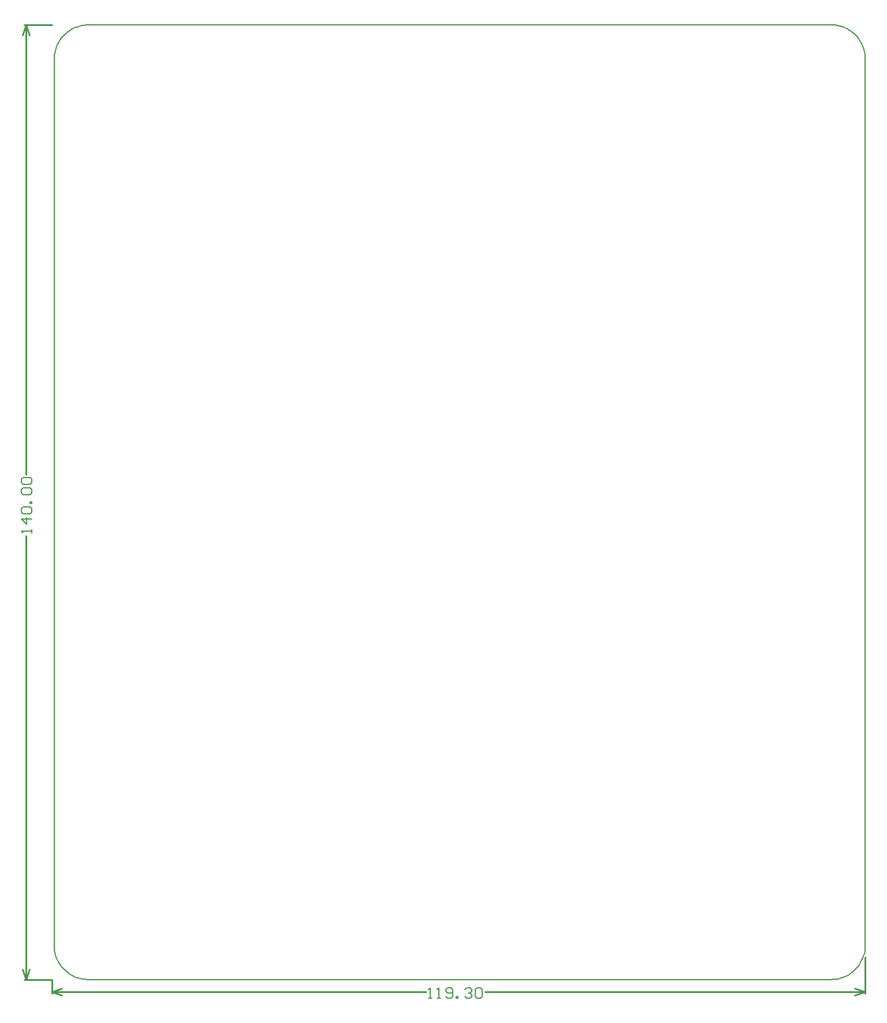
<source format=gbr>
%FSTAX23Y23*%
%MOIN*%
%SFA1B1*%

%IPPOS*%
%ADD93C,0.010000*%
%ADD94C,0.005000*%
%ADD110C,0.006000*%
%LNpms_board_mechanical_1-1*%
%LPD*%
G54D93*
X-00185Y0065D02*
X-00165Y0059D01*
X-00145Y0065*
X-00165Y06102D02*
X-00145Y06042D01*
X-00185D02*
X-00165Y06102D01*
Y0059D02*
Y03154D01*
Y03506D02*
Y06102D01*
X-00175Y0059D02*
X-00015D01*
X-00175Y06102D02*
X-00015D01*
X04621Y00499D02*
X04681Y00519D01*
X04621Y00539D02*
X04681Y00519D01*
X-00015D02*
X00044Y00539D01*
X-00015Y00519D02*
X00044Y00499D01*
X02487Y00519D02*
X04681D01*
X-00015D02*
X02145D01*
X04681Y00509D02*
Y0072D01*
X-00015Y00509D02*
Y0059D01*
G54D94*
X04484Y0059D02*
D01*
X04497Y00591*
X04511Y00592*
X04525Y00594*
X04538Y00598*
X04551Y00602*
X04564Y00607*
X04576Y00613*
X04588Y0062*
X04599Y00628*
X0461Y00636*
X0462Y00645*
X0463Y00655*
X04639Y00666*
X04647Y00677*
X04654Y00688*
X04661Y00701*
X04666Y00713*
X04671Y00726*
X04675Y00739*
X04678Y00753*
X0468Y00766*
X0468Y0078*
X04681Y00787*
Y05905D02*
D01*
X0468Y05919*
X04679Y05932*
X04676Y05946*
X04673Y05959*
X04669Y05972*
X04664Y05985*
X04658Y05997*
X04651Y06009*
X04643Y06021*
X04635Y06032*
X04625Y06042*
X04615Y06051*
X04605Y0606*
X04594Y06068*
X04582Y06075*
X0457Y06082*
X04557Y06088*
X04545Y06092*
X04531Y06096*
X04518Y06099*
X04504Y06101*
X04491Y06102*
X04484Y06102*
X00196D02*
D01*
X00183Y06101*
X00169Y061*
X00155Y06098*
X00142Y06094*
X00129Y0609*
X00116Y06085*
X00104Y06079*
X00092Y06072*
X00081Y06064*
X0007Y06056*
X0006Y06047*
X0005Y06037*
X00041Y06026*
X00033Y06015*
X00026Y06003*
X00019Y05991*
X00014Y05979*
X00009Y05966*
X00005Y05953*
X00002Y05939*
X00001Y05926*
X0Y05912*
X0Y05905*
Y00787D02*
D01*
X0Y00773*
X00001Y0076*
X00004Y00746*
X00007Y00733*
X00011Y0072*
X00017Y00707*
X00023Y00694*
X00029Y00683*
X00037Y00671*
X00046Y0066*
X00055Y0065*
X00065Y00641*
X00075Y00632*
X00086Y00624*
X00098Y00616*
X0011Y0061*
X00123Y00604*
X00136Y006*
X00149Y00596*
X00162Y00593*
X00176Y00591*
X00189Y0059*
X00196Y0059*
X04484*
X00196Y06102D02*
X04484D01*
X04681Y00787D02*
Y05905D01*
X0Y00787D02*
X0Y05905D01*
G54D110*
X-00129Y0317D02*
Y0319D01*
Y0318*
X-00189*
X-00179Y0317*
X-00129Y0325D02*
X-00189D01*
X-00159Y0322*
Y0326*
X-00179Y0328D02*
X-00189Y0329D01*
Y0331*
X-00179Y0332*
X-00139*
X-00129Y0331*
Y0329*
X-00139Y0328*
X-00179*
X-00129Y0334D02*
X-00139D01*
Y0335*
X-00129*
Y0334*
X-00179Y0339D02*
X-00189Y034D01*
Y0342*
X-00179Y0343*
X-00139*
X-00129Y0342*
Y034*
X-00139Y0339*
X-00179*
Y0345D02*
X-00189Y0346D01*
Y0348*
X-00179Y0349*
X-00139*
X-00129Y0348*
Y0346*
X-00139Y0345*
X-00179*
X02161Y00483D02*
X02181D01*
X02171*
Y00543*
X02161Y00533*
X02211Y00483D02*
X02231D01*
X02221*
Y00543*
X02211Y00533*
X02261Y00493D02*
X02271Y00483D01*
X02291*
X02301Y00493*
Y00533*
X02291Y00543*
X02271*
X02261Y00533*
Y00523*
X02271Y00513*
X02301*
X02321Y00483D02*
Y00493D01*
X02331*
Y00483*
X02321*
X02371Y00533D02*
X02381Y00543D01*
X02401*
X02411Y00533*
Y00523*
X02401Y00513*
X02391*
X02401*
X02411Y00503*
Y00493*
X02401Y00483*
X02381*
X02371Y00493*
X02431Y00533D02*
X02441Y00543D01*
X02461*
X02471Y00533*
Y00493*
X02461Y00483*
X02441*
X02431Y00493*
Y00533*
M02*
</source>
